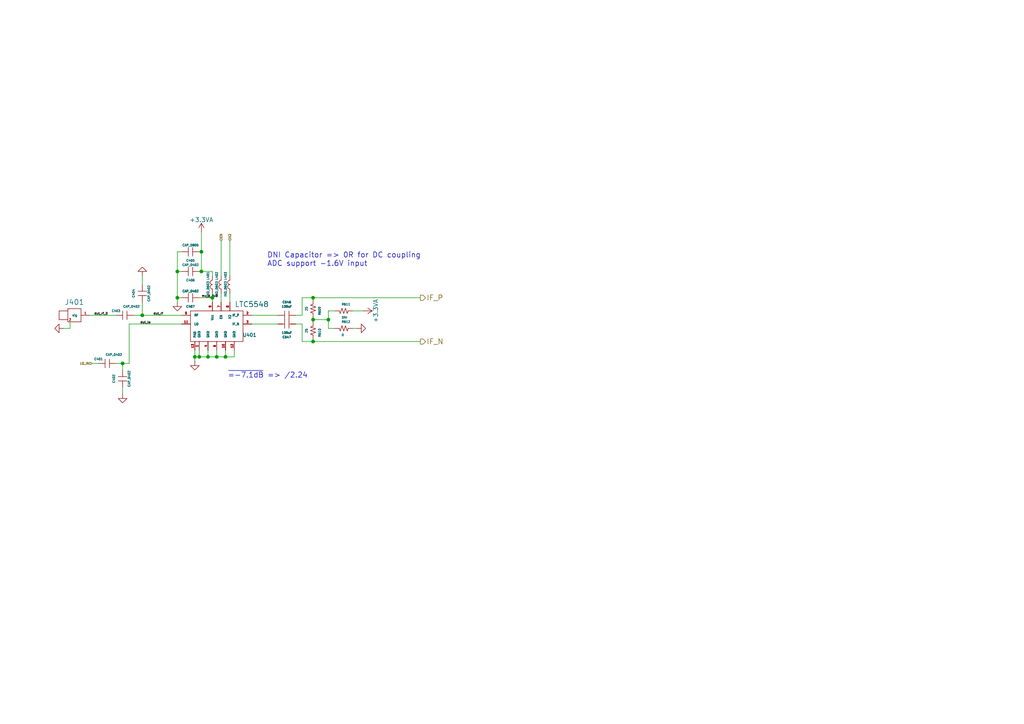
<source format=kicad_sch>
(kicad_sch (version 20211123) (generator eeschema)
  (paper "A4")
  (lib_symbols
    (symbol "adccore-rescue:+3.3VA" (power) (pin_names (offset 0))
      (property "Value" "+3.3VA" (at 0 3.556 0))
      (symbol "+3.3VA_0_1"
        (polyline (pts (xy -0.762 1.27) (xy 0 2.54)))
        (polyline (pts (xy 0 0) (xy 0 2.54)))
        (polyline (pts (xy 0 2.54) (xy 0.762 1.27)))
      )
      (symbol "+3.3VA_1_1"
        (pin power_in line (at 0 0 90) (length 0) hide (name "+3.3VA") (number "1"))
      )
    )
    (symbol "adccore-rescue:CAP_0402" (pin_numbers hide) (pin_names (offset 0) hide)
      (property "Reference" "C" (at 0 -2.54 0))
      (property "Value" "CAP_0402" (at 0 1.905 0))
      (symbol "CAP_0402_0_1"
        (polyline (pts (xy -1.27 0) (xy -0.635 0)))
        (polyline (pts (xy -0.635 -1.27) (xy -0.635 1.27)))
        (polyline (pts (xy 0.635 -1.27) (xy 0.635 -0.635)))
        (polyline (pts (xy 0.635 0.635) (xy 0.635 -0.635)))
        (polyline (pts (xy 0.635 1.27) (xy 0.635 0.635)))
        (polyline (pts (xy 1.27 0) (xy 0.635 0)))
      )
      (symbol "CAP_0402_1_1"
        (pin passive line (at -2.54 0 0) (length 1.27) (name "~") (number "1"))
        (pin passive line (at 2.54 0 180) (length 1.27) (name "~") (number "2"))
      )
    )
    (symbol "adccore-rescue:CAP_0805" (pin_numbers hide) (pin_names (offset 0) hide)
      (property "Reference" "C" (at 0 -2.54 0))
      (property "Value" "CAP_0805" (at 0 1.905 0))
      (symbol "CAP_0805_0_1"
        (polyline (pts (xy -1.27 0) (xy -0.635 0)))
        (polyline (pts (xy -0.635 -1.27) (xy -0.635 1.27)))
        (polyline (pts (xy 0.635 -1.27) (xy 0.635 -0.635)))
        (polyline (pts (xy 0.635 0.635) (xy 0.635 -0.635)))
        (polyline (pts (xy 0.635 1.27) (xy 0.635 0.635)))
        (polyline (pts (xy 1.27 0) (xy 0.635 0)))
      )
      (symbol "CAP_0805_1_1"
        (pin passive line (at -2.54 0 0) (length 1.27) (name "~") (number "1"))
        (pin passive line (at 2.54 0 180) (length 1.27) (name "~") (number "2"))
      )
    )
    (symbol "adccore-rescue:GND" (power) (pin_names (offset 0))
      (property "Value" "GND" (at 0 -3.81 0))
      (symbol "GND_0_1"
        (polyline (pts (xy 0 0) (xy 0 -1.27) (xy 1.27 -1.27) (xy 0 -2.54) (xy -1.27 -1.27) (xy 0 -1.27)))
      )
      (symbol "GND_1_1"
        (pin power_in line (at 0 0 270) (length 0) hide (name "GND") (number "1"))
      )
    )
    (symbol "adccore-rescue:IND_0603" (pin_numbers hide) (pin_names (offset 0) hide)
      (property "Reference" "L" (at 0 -2.54 0))
      (property "Value" "IND_0603" (at 0 1.27 0))
      (symbol "IND_0603_0_1"
        (arc (start 0 0) (mid -0.635 0.635) (end -1.27 0))
        (arc (start 1.27 0) (mid 0.635 0.635) (end 0 0))
      )
      (symbol "IND_0603_1_1"
        (pin passive line (at -2.54 0 0) (length 1.27) (name "~") (number "1"))
        (pin passive line (at 2.54 0 180) (length 1.27) (name "~") (number "2"))
      )
    )
    (symbol "adccore-rescue:LTC5548" (pin_names (offset 1.016))
      (property "Reference" "U" (at 0 -16.51 0))
      (property "Value" "LTC5548" (at 0 -13.97 0))
      (symbol "LTC5548_0_1"
        (rectangle (start -7.62 1.27) (end 7.62 -7.62))
      )
      (symbol "LTC5548_1_1"
        (pin power_in line (at -5.08 -10.16 90) (length 2.54) (name "GND") (number "1"))
        (pin power_in line (at 2.54 -10.16 90) (length 2.54) (name "GND") (number "10"))
        (pin input line (at -10.16 -2.54 0) (length 2.54) (name "LO") (number "11"))
        (pin power_in line (at 5.08 -10.16 90) (length 2.54) (name "GND") (number "12"))
        (pin power_in line (at -6.35 -10.16 90) (length 2.54) (name "PAD") (number "13"))
        (pin bidirectional line (at 10.16 0 180) (length 2.54) (name "IF_P") (number "2"))
        (pin bidirectional line (at 10.16 -2.54 180) (length 2.54) (name "IF_N") (number "3"))
        (pin power_in line (at -2.54 -10.16 90) (length 2.54) (name "GND") (number "4"))
        (pin bidirectional line (at -10.16 0 0) (length 2.54) (name "RF") (number "5"))
        (pin power_in line (at 0 -10.16 90) (length 2.54) (name "GND") (number "6"))
        (pin input line (at 1.27 3.81 270) (length 2.54) (name "EN") (number "7"))
        (pin input line (at 3.81 3.81 270) (length 2.54) (name "X2") (number "8"))
        (pin power_in line (at -1.27 3.81 270) (length 2.54) (name "Vcc") (number "9"))
      )
    )
    (symbol "adccore-rescue:SMA_PCB" (pin_names (offset 1.016))
      (property "Reference" "J" (at 7.62 5.08 0))
      (property "Value" "SMA_PCB" (at 0 5.08 0))
      (symbol "SMA_PCB_0_1"
        (rectangle (start -5.08 -1.27) (end -2.54 -1.27))
        (rectangle (start -5.08 1.27) (end -5.08 -1.27))
        (rectangle (start -2.54 -1.905) (end 1.27 -1.905))
        (rectangle (start -2.54 1.27) (end -5.08 1.27))
        (rectangle (start -2.54 1.905) (end -2.54 -1.905))
        (rectangle (start -2.54 1.905) (end 1.27 1.905))
        (rectangle (start 1.27 -1.905) (end 1.27 1.905))
      )
      (symbol "SMA_PCB_1_1"
        (pin power_in line (at 3.81 0 180) (length 2.54) (name "sig") (number "1"))
        (pin power_in line (at -1.905 -1.905 0) (length 0) (name "~") (number "2"))
      )
    )
    (symbol "passives:CAP_0805" (pin_numbers hide) (pin_names (offset 0) hide)
      (property "Reference" "C" (at 0 -2.54 0))
      (property "Value" "CAP_0805" (at 0 1.905 0))
      (symbol "CAP_0805_0_1"
        (polyline (pts (xy -1.27 0) (xy -0.635 0)))
        (polyline (pts (xy -0.635 -1.27) (xy -0.635 1.27)))
        (polyline (pts (xy 0.635 -1.27) (xy 0.635 -0.635)))
        (polyline (pts (xy 0.635 0.635) (xy 0.635 -0.635)))
        (polyline (pts (xy 0.635 1.27) (xy 0.635 0.635)))
        (polyline (pts (xy 1.27 0) (xy 0.635 0)))
      )
      (symbol "CAP_0805_1_1"
        (pin passive line (at -2.54 0 0) (length 1.27) (name "~") (number "1"))
        (pin passive line (at 2.54 0 180) (length 1.27) (name "~") (number "2"))
      )
    )
    (symbol "passives:RES_0402" (pin_numbers hide) (pin_names (offset 0) hide)
      (property "Reference" "R" (at 0 -2.54 0))
      (property "Value" "RES_0402" (at 0 1.27 0))
      (symbol "RES_0402_0_1"
        (polyline (pts (xy -1.27 0) (xy -1.016 0.762) (xy -0.508 -0.762) (xy 0 0.762) (xy 0.508 -0.762) (xy 1.016 0.762) (xy 1.27 0)))
      )
      (symbol "RES_0402_1_1"
        (pin passive line (at -2.54 0 0) (length 1.27) (name "1") (number "1"))
        (pin passive line (at 2.54 0 180) (length 1.27) (name "2") (number "2"))
      )
    )
  )
  (junction (at 60.325 103.505))
  (junction (at 41.275 91.44))
  (junction (at 90.805 86.36))
  (junction (at 35.56 105.41))
  (junction (at 57.785 103.505))
  (junction (at 90.805 99.06))
  (junction (at 61.595 86.36))
  (junction (at 95.25 92.71))
  (junction (at 56.515 103.505))
  (junction (at 58.42 78.74))
  (junction (at 51.435 78.74))
  (junction (at 65.405 103.505))
  (junction (at 90.805 92.71))
  (junction (at 51.435 86.36))
  (junction (at 58.42 73.025))
  (junction (at 62.865 103.505))
  (wire (pts (xy 18.415 95.25) (xy 20.32 95.25)))
  (wire (pts (xy 97.155 90.17) (xy 95.25 90.17)))
  (wire (pts (xy 57.785 103.505) (xy 60.325 103.505)))
  (wire (pts (xy 35.56 112.395) (xy 35.56 114.3)))
  (wire (pts (xy 73.025 91.44) (xy 80.645 91.44)))
  (wire (pts (xy 58.42 67.31) (xy 58.42 73.025)))
  (wire (pts (xy 90.805 92.075) (xy 90.805 92.71)))
  (wire (pts (xy 57.785 78.74) (xy 58.42 78.74)))
  (wire (pts (xy 56.515 103.505) (xy 57.785 103.505)))
  (wire (pts (xy 26.035 91.44) (xy 33.655 91.44)))
  (wire (pts (xy 65.405 103.505) (xy 65.405 101.6)))
  (wire (pts (xy 52.705 78.74) (xy 51.435 78.74)))
  (wire (pts (xy 37.465 93.98) (xy 52.705 93.98)))
  (wire (pts (xy 62.865 103.505) (xy 62.865 101.6)))
  (wire (pts (xy 95.25 90.17) (xy 95.25 92.71)))
  (wire (pts (xy 66.675 85.09) (xy 66.675 87.63)))
  (wire (pts (xy 57.785 101.6) (xy 57.785 103.505)))
  (wire (pts (xy 90.805 92.71) (xy 90.805 93.345)))
  (wire (pts (xy 61.595 86.36) (xy 61.595 87.63)))
  (wire (pts (xy 87.63 99.06) (xy 90.805 99.06)))
  (wire (pts (xy 37.465 105.41) (xy 35.56 105.41)))
  (wire (pts (xy 60.325 103.505) (xy 60.325 101.6)))
  (wire (pts (xy 90.805 98.425) (xy 90.805 99.06)))
  (wire (pts (xy 52.705 73.025) (xy 51.435 73.025)))
  (wire (pts (xy 41.275 91.44) (xy 52.705 91.44)))
  (wire (pts (xy 60.325 103.505) (xy 62.865 103.505)))
  (wire (pts (xy 64.135 69.85) (xy 64.135 80.01)))
  (wire (pts (xy 66.675 69.85) (xy 66.675 80.01)))
  (wire (pts (xy 61.595 78.74) (xy 61.595 80.01)))
  (wire (pts (xy 58.42 78.74) (xy 61.595 78.74)))
  (wire (pts (xy 85.725 91.44) (xy 87.63 91.44)))
  (wire (pts (xy 67.945 103.505) (xy 67.945 101.6)))
  (wire (pts (xy 90.805 92.71) (xy 95.25 92.71)))
  (wire (pts (xy 51.435 78.74) (xy 51.435 86.36)))
  (wire (pts (xy 56.515 101.6) (xy 56.515 103.505)))
  (wire (pts (xy 51.435 73.025) (xy 51.435 78.74)))
  (wire (pts (xy 35.56 107.315) (xy 35.56 105.41)))
  (wire (pts (xy 51.435 86.36) (xy 51.435 87.63)))
  (wire (pts (xy 26.67 105.41) (xy 28.575 105.41)))
  (wire (pts (xy 62.865 103.505) (xy 65.405 103.505)))
  (wire (pts (xy 73.025 93.98) (xy 80.645 93.98)))
  (wire (pts (xy 87.63 86.36) (xy 90.805 86.36)))
  (wire (pts (xy 56.515 103.505) (xy 56.515 104.775)))
  (wire (pts (xy 65.405 103.505) (xy 67.945 103.505)))
  (wire (pts (xy 90.805 99.06) (xy 121.92 99.06)))
  (wire (pts (xy 57.785 73.025) (xy 58.42 73.025)))
  (wire (pts (xy 37.465 93.98) (xy 37.465 105.41)))
  (wire (pts (xy 95.25 95.25) (xy 97.155 95.25)))
  (wire (pts (xy 95.25 92.71) (xy 95.25 95.25)))
  (wire (pts (xy 87.63 93.98) (xy 87.63 99.06)))
  (wire (pts (xy 102.235 90.17) (xy 105.41 90.17)))
  (wire (pts (xy 41.275 80.01) (xy 41.275 82.55)))
  (wire (pts (xy 87.63 86.36) (xy 87.63 91.44)))
  (wire (pts (xy 35.56 105.41) (xy 33.655 105.41)))
  (wire (pts (xy 58.42 73.025) (xy 58.42 78.74)))
  (wire (pts (xy 90.805 86.36) (xy 90.805 86.995)))
  (wire (pts (xy 52.705 86.36) (xy 51.435 86.36)))
  (wire (pts (xy 20.32 95.25) (xy 20.32 93.345)))
  (wire (pts (xy 38.735 91.44) (xy 41.275 91.44)))
  (wire (pts (xy 90.805 86.36) (xy 121.92 86.36)))
  (wire (pts (xy 61.595 85.09) (xy 61.595 86.36)))
  (wire (pts (xy 85.725 93.98) (xy 87.63 93.98)))
  (wire (pts (xy 41.275 87.63) (xy 41.275 91.44)))
  (wire (pts (xy 64.135 85.09) (xy 64.135 87.63)))
  (wire (pts (xy 102.235 95.25) (xy 103.505 95.25)))
  (wire (pts (xy 57.785 86.36) (xy 61.595 86.36)))
  (text "DNI Capacitor => 0R for DC coupling\nADC support -1.6V input" (at 77.47 77.47 0) (effects (font (size 1.524 1.524)) (justify left bottom)))
  (text "~{=-7.1dB} => /2.24" (at 66.04 109.855 0) (effects (font (size 1.524 1.524)) (justify left bottom)))
  (label "mx_d_3v3" (at 58.42 86.36 0) (effects (font (size 0.635 0.635))))
  (label "dut_lo" (at 40.64 93.98 0) (effects (font (size 0.635 0.635))))
  (label "dut_rf" (at 44.45 91.44 0) (effects (font (size 0.635 0.635))))
  (label "dut_rf_0" (at 27.305 91.44 0) (effects (font (size 0.635 0.635))))
  (hierarchical_label "EN" (shape input) (at 64.135 69.85 90) (effects (font (size 0.635 0.635))))
  (hierarchical_label "LO_IN" (shape input) (at 26.67 105.41 180) (effects (font (size 0.635 0.635))))
  (hierarchical_label "X2" (shape input) (at 66.675 69.85 90) (effects (font (size 0.635 0.635))))
  (hierarchical_label "IF_P" (shape output) (at 121.92 86.36 0) (effects (font (size 1.524 1.524))))
  (hierarchical_label "IF_N" (shape output) (at 121.92 99.06 0) (effects (font (size 1.524 1.524))))
  (symbol (lib_id "adccore-rescue:LTC5548") (at 62.865 91.44 0) (unit 1)
    (property "Reference" "U401" (at 72.39 97.155 0) (effects (font (size 1 1))))
    (property "Value" "LTC5548" (at 73.025 88.265 0) (effects (font (size 1.524 1.524))))
    (property "Footprint" "QFN:QFN12_2x3mm_UDB_LT" (effects hide))
  )
  (symbol (lib_id "adccore-rescue:GND") (at 56.515 104.775 0) (unit 1)
    (property "Reference" "#PWR073" (effects hide))
    (property "Value" "GND" (effects hide))
  )
  (symbol (lib_id "adccore-rescue:SMA_PCB") (at 22.225 91.44 0) (unit 1)
    (property "Reference" "J401" (at 21.59 87.63 0) (effects (font (size 1.524 1.524))))
    (property "Value" "SMA_PCB" (effects hide))
    (property "Footprint" "Connectors_RF:SMA_AMP_132255-12" (effects hide))
  )
  (symbol (lib_id "adccore-rescue:CAP_0402") (at 31.115 105.41 0) (unit 1)
    (property "Reference" "C401" (at 28.575 104.14 0) (effects (font (size 0.635 0.635))))
    (property "Value" "CAP_0402" (at 33.02 102.87 0) (effects (font (size 0.635 0.635))))
    (property "Footprint" "SM0402" (effects hide))
  )
  (symbol (lib_id "adccore-rescue:GND") (at 18.415 95.25 270) (unit 1)
    (property "Reference" "#PWR074" (effects hide))
    (property "Value" "GND" (effects hide))
  )
  (symbol (lib_id "adccore-rescue:IND_0603") (at 64.135 82.55 90) (unit 1)
    (property "Reference" "L402" (at 62.865 80.01 0) (effects (font (size 0.635 0.635))))
    (property "Value" "IND_0603" (at 62.865 83.82 0) (effects (font (size 0.635 0.635))))
    (property "Footprint" "SM0603" (effects hide))
  )
  (symbol (lib_id "adccore-rescue:CAP_0402") (at 55.245 78.74 0) (unit 1)
    (property "Reference" "C406" (at 55.245 81.28 0) (effects (font (size 0.635 0.635))))
    (property "Value" "CAP_0402" (at 55.245 76.835 0) (effects (font (size 0.635 0.635))))
    (property "Footprint" "SM0402" (effects hide))
  )
  (symbol (lib_id "adccore-rescue:CAP_0402") (at 55.245 86.36 0) (unit 1)
    (property "Reference" "C407" (at 55.245 88.9 0) (effects (font (size 0.635 0.635))))
    (property "Value" "CAP_0402" (at 55.245 84.455 0) (effects (font (size 0.635 0.635))))
    (property "Footprint" "SM0402" (effects hide))
  )
  (symbol (lib_id "adccore-rescue:GND") (at 51.435 87.63 0) (unit 1)
    (property "Reference" "#PWR075" (effects hide))
    (property "Value" "GND" (effects hide))
  )
  (symbol (lib_id "adccore-rescue:CAP_0805") (at 55.245 73.025 0) (unit 1)
    (property "Reference" "C405" (at 55.245 75.565 0) (effects (font (size 0.635 0.635))))
    (property "Value" "CAP_0805" (at 55.245 71.12 0) (effects (font (size 0.635 0.635))))
    (property "Footprint" "SM0805" (effects hide))
  )
  (symbol (lib_id "adccore-rescue:GND") (at 35.56 114.3 0) (unit 1)
    (property "Reference" "#PWR076" (effects hide))
    (property "Value" "GND" (effects hide))
  )
  (symbol (lib_id "adccore-rescue:CAP_0402") (at 41.275 85.09 270) (unit 1)
    (property "Reference" "C404" (at 38.735 85.09 0) (effects (font (size 0.635 0.635))))
    (property "Value" "CAP_0402" (at 43.18 85.09 0) (effects (font (size 0.635 0.635))))
    (property "Footprint" "SM0402" (effects hide))
  )
  (symbol (lib_id "adccore-rescue:GND") (at 41.275 80.01 180) (unit 1)
    (property "Reference" "#PWR077" (effects hide))
    (property "Value" "GND" (effects hide))
  )
  (symbol (lib_id "adccore-rescue:+3.3VA") (at 58.42 67.31 0) (unit 1)
    (property "Reference" "#PWR080" (effects hide))
    (property "Value" "+3.3VA" (at 58.42 63.754 0))
  )
  (symbol (lib_id "adccore-rescue:CAP_0402") (at 36.195 91.44 0) (unit 1)
    (property "Reference" "C403" (at 33.655 90.17 0) (effects (font (size 0.635 0.635))))
    (property "Value" "CAP_0402" (at 38.1 88.9 0) (effects (font (size 0.635 0.635))))
    (property "Footprint" "SM0402" (effects hide))
  )
  (symbol (lib_id "adccore-rescue:IND_0603") (at 61.595 82.55 90) (unit 1)
    (property "Reference" "L401" (at 60.325 80.01 0) (effects (font (size 0.635 0.635))))
    (property "Value" "IND_0603" (at 60.325 83.82 0) (effects (font (size 0.635 0.635))))
    (property "Footprint" "SM0603" (effects hide))
  )
  (symbol (lib_id "adccore-rescue:IND_0603") (at 66.675 82.55 90) (unit 1)
    (property "Reference" "L403" (at 65.405 80.01 0) (effects (font (size 0.635 0.635))))
    (property "Value" "IND_0603" (at 65.405 83.82 0) (effects (font (size 0.635 0.635))))
    (property "Footprint" "SM0603" (effects hide))
  )
  (symbol (lib_id "adccore-rescue:CAP_0402") (at 35.56 109.855 270) (unit 1)
    (property "Reference" "C402" (at 33.02 109.855 0) (effects (font (size 0.635 0.635))))
    (property "Value" "CAP_0402" (at 37.465 109.855 0) (effects (font (size 0.635 0.635))))
    (property "Footprint" "SM0402" (effects hide))
  )
  (symbol (lib_id "passives:RES_0402") (at 99.695 90.17 180) (unit 1)
    (property "Reference" "R611" (at 99.06 88.265 0) (effects (font (size 0.635 0.635)) (justify right)))
    (property "Value" "DNI" (at 99.06 92.075 0) (effects (font (size 0.635 0.635)) (justify right)))
    (property "Footprint" "SM0402" (effects hide))
  )
  (symbol (lib_id "passives:RES_0402") (at 90.805 95.885 90) (unit 1)
    (property "Reference" "R610" (at 92.71 95.25 0) (effects (font (size 0.635 0.635)) (justify right)))
    (property "Value" "25" (at 88.9 95.25 0) (effects (font (size 0.635 0.635)) (justify right)))
    (property "Footprint" "SM0402" (effects hide))
  )
  (symbol (lib_id "passives:CAP_0805") (at 83.185 93.98 0) (unit 1)
    (property "Reference" "C647" (at 83.185 97.79 0) (effects (font (size 0.635 0.635))))
    (property "Value" "100uF" (at 83.185 96.52 0) (effects (font (size 0.635 0.635))))
    (property "Footprint" "General_SMD:SM0805" (effects hide))
  )
  (symbol (lib_id "passives:RES_0402") (at 99.695 95.25 180) (unit 1)
    (property "Reference" "R612" (at 99.06 93.345 0) (effects (font (size 0.635 0.635)) (justify right)))
    (property "Value" "0" (at 99.06 97.155 0) (effects (font (size 0.635 0.635)) (justify right)))
    (property "Footprint" "SM0402" (effects hide))
  )
  (symbol (lib_id "adccore-rescue:+3.3VA") (at 105.41 90.17 270) (unit 1)
    (property "Reference" "#PWR0208" (effects hide))
    (property "Value" "+3.3VA" (at 108.966 90.17 0))
  )
  (symbol (lib_id "passives:RES_0402") (at 90.805 89.535 90) (unit 1)
    (property "Reference" "R609" (at 92.71 88.9 0) (effects (font (size 0.635 0.635)) (justify right)))
    (property "Value" "25" (at 88.9 88.9 0) (effects (font (size 0.635 0.635)) (justify right)))
    (property "Footprint" "SM0402" (effects hide))
  )
  (symbol (lib_id "adccore-rescue:GND") (at 103.505 95.25 90) (unit 1)
    (property "Reference" "#PWR0207" (effects hide))
    (property "Value" "GND" (effects hide))
  )
  (symbol (lib_id "passives:CAP_0805") (at 83.185 91.44 0) (unit 1)
    (property "Reference" "C646" (at 83.185 87.63 0) (effects (font (size 0.635 0.635))))
    (property "Value" "100uF" (at 83.185 88.9 0) (effects (font (size 0.635 0.635))))
    (property "Footprint" "General_SMD:SM0805" (effects hide))
  )
)
</source>
